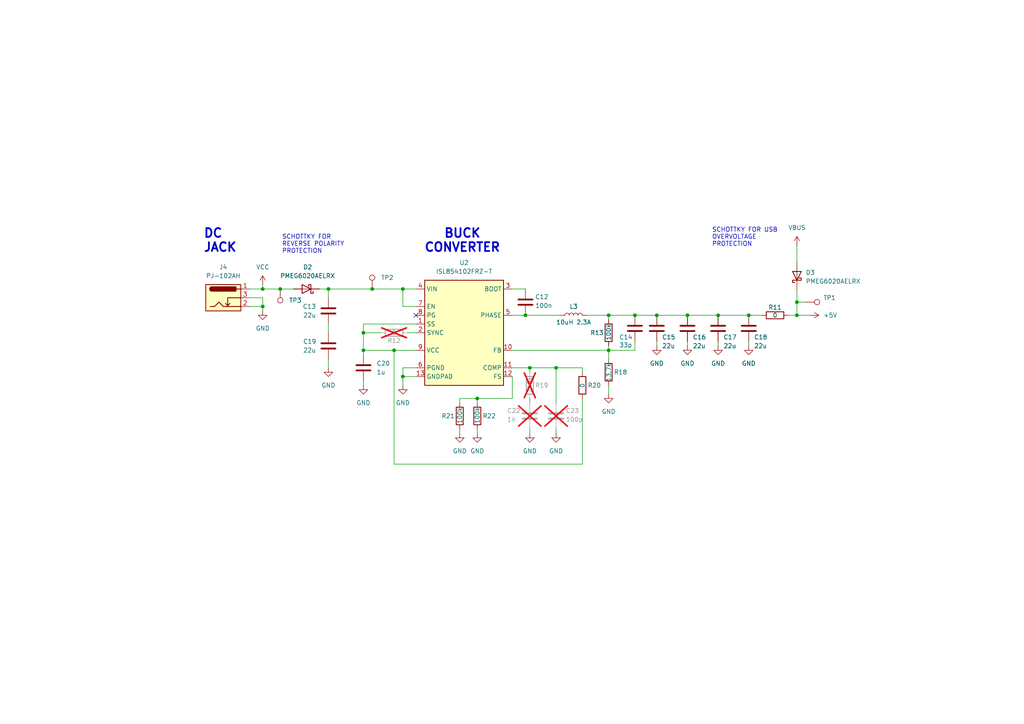
<source format=kicad_sch>
(kicad_sch (version 20231120) (generator "eeschema") (generator_version "8.0")
  (paper "A4")
  (title_block (title "Arduino UNO R4 Minima Power") (date "2024-05-10") (rev "1") (company "Carlos Sabogal"))
  (lib_symbols
    (symbol "Arduino UNO R4 Minima:ISL854102FRZ-T"
      (property "Reference" "U" (at 0.762 33.782 0))
      (property "Value" "ISL854102FRZ-T" (at 8.382 31.75 0))
      (symbol "ISL854102FRZ-T_1_0"
        (rectangle (start 22.86 30.48) (end 0 0) (stroke (width 0.254) (color 128 0 0 1)) (fill (type background)))
        (pin passive line (at -2.54 17.78 0) (length 2.54) (name "SS") (number "1"))
        (pin passive line (at 25.4 10.16 180) (length 2.54) (name "FB") (number "10"))
        (pin passive line (at 25.4 5.08 180) (length 2.54) (name "COMP") (number "11"))
        (pin passive line (at 25.4 2.54 180) (length 2.54) (name "FS") (number "12"))
        (pin power_in line (at -2.54 2.54 0) (length 2.54) (name "GNDPAD") (number "13"))
        (pin passive line (at -2.54 15.24 0) (length 2.54) (name "SYNC") (number "2"))
        (pin passive line (at 25.4 27.94 180) (length 2.54) (name "BOOT") (number "3"))
        (pin power_in line (at -2.54 27.94 0) (length 2.54) (name "VIN") (number "4"))
        (pin passive line (at 25.4 20.32 180) (length 2.54) (name "PHASE") (number "5"))
        (pin power_in line (at -2.54 5.08 0) (length 2.54) (name "PGND") (number "6"))
        (pin passive line (at -2.54 22.86 0) (length 2.54) (name "EN") (number "7"))
        (pin passive line (at -2.54 20.32 0) (length 2.54) (name "PG") (number "8"))
        (pin power_in line (at -2.54 10.16 0) (length 2.54) (name "VCC") (number "9"))
      )
    )
    (symbol "Connector:Barrel_Jack_Switch" (pin_names hide)
      (property "Reference" "J" (at 0 5.334 0))
      (property "Value" "Barrel_Jack_Switch" (at 0 -5.08 0))
      (symbol "Barrel_Jack_Switch_0_1"
        (rectangle (start -5.08 3.81) (end 5.08 -3.81) (stroke (width 0.254)) (fill (type background)))
        (arc (start -3.302 3.175) (mid -3.9343 2.54) (end -3.302 1.905) (stroke (width 0.254)))
        (arc (start -3.302 3.175) (mid -3.9343 2.54) (end -3.302 1.905) (stroke (width 0.254)) (fill (type outline)))
        (polyline (pts (xy 1.27 -2.286) (xy 1.905 -1.651)) (stroke (width 0.254)))
        (polyline (pts (xy 5.08 2.54) (xy 3.81 2.54)) (stroke (width 0.254)))
        (polyline (pts (xy 5.08 0) (xy 1.27 0) (xy 1.27 -2.286) (xy 0.635 -1.651)) (stroke (width 0.254)))
        (polyline (pts (xy -3.81 -2.54) (xy -2.54 -2.54) (xy -1.27 -1.27) (xy 0 -2.54) (xy 2.54 -2.54) (xy 5.08 -2.54)) (stroke (width 0.254)))
        (rectangle (start 3.683 3.175) (end -3.302 1.905) (stroke (width 0.254)) (fill (type outline)))
      )
      (symbol "Barrel_Jack_Switch_1_1"
        (pin passive line (at 7.62 2.54 180) (length 2.54) (name "~") (number "1"))
        (pin passive line (at 7.62 -2.54 180) (length 2.54) (name "~") (number "2"))
        (pin passive line (at 7.62 0 180) (length 2.54) (name "~") (number "3"))
      )
    )
    (symbol "Connector:TestPoint" (pin_numbers hide) (pin_names (offset 0.762) hide)
      (property "Reference" "TP" (at 0 6.858 0))
      (property "Value" "TestPoint" (at 0 5.08 0))
      (symbol "TestPoint_0_1"
        (circle (center 0 3.302) (radius 0.762))
      )
      (symbol "TestPoint_1_1"
        (pin passive line (at 0 0 90) (length 2.54) (name "1") (number "1"))
      )
    )
    (symbol "Device:C" (pin_numbers hide) (pin_names (offset 0.254))
      (property "Reference" "C" (at 0.635 2.54 0))
      (property "Value" "C" (at 0.635 -2.54 0))
      (symbol "C_0_1"
        (polyline (pts (xy -2.032 -0.762) (xy 2.032 -0.762)) (stroke (width 0.508)))
        (polyline (pts (xy -2.032 0.762) (xy 2.032 0.762)) (stroke (width 0.508)))
      )
      (symbol "C_1_1"
        (pin passive line (at 0 3.81 270) (length 2.794) (name "~") (number "1"))
        (pin passive line (at 0 -3.81 90) (length 2.794) (name "~") (number "2"))
      )
    )
    (symbol "Device:D_Schottky" (pin_numbers hide) (pin_names (offset 1.016) hide)
      (property "Reference" "D" (at 0 2.54 0))
      (property "Value" "D_Schottky" (at 0 -2.54 0))
      (symbol "D_Schottky_0_1"
        (polyline (pts (xy 1.27 0) (xy -1.27 0)))
        (polyline (pts (xy 1.27 1.27) (xy 1.27 -1.27) (xy -1.27 0) (xy 1.27 1.27)) (stroke (width 0.254)))
        (polyline (pts (xy -1.905 0.635) (xy -1.905 1.27) (xy -1.27 1.27) (xy -1.27 -1.27) (xy -0.635 -1.27) (xy -0.635 -0.635)) (stroke (width 0.254)))
      )
      (symbol "D_Schottky_1_1"
        (pin passive line (at -3.81 0 0) (length 2.54) (name "K") (number "1"))
        (pin passive line (at 3.81 0 180) (length 2.54) (name "A") (number "2"))
      )
    )
    (symbol "Device:L" (pin_numbers hide) (pin_names (offset 1.016) hide)
      (property "Reference" "L" (at -1.27 0 90))
      (property "Value" "L" (at 1.905 0 90))
      (symbol "L_0_1"
        (arc (start 0 -2.54) (mid 0.6323 -1.905) (end 0 -1.27))
        (arc (start 0 -1.27) (mid 0.6323 -0.635) (end 0 0))
        (arc (start 0 0) (mid 0.6323 0.635) (end 0 1.27))
        (arc (start 0 1.27) (mid 0.6323 1.905) (end 0 2.54))
      )
      (symbol "L_1_1"
        (pin passive line (at 0 3.81 270) (length 1.27) (name "1") (number "1"))
        (pin passive line (at 0 -3.81 90) (length 1.27) (name "2") (number "2"))
      )
    )
    (symbol "Device:R" (pin_numbers hide) (pin_names (offset 0))
      (property "Reference" "R" (at 2.032 0 90))
      (property "Value" "R" (at 0 0 90))
      (symbol "R_0_1"
        (rectangle (start -1.016 -2.54) (end 1.016 2.54) (stroke (width 0.254)))
      )
      (symbol "R_1_1"
        (pin passive line (at 0 3.81 270) (length 1.27) (name "~") (number "1"))
        (pin passive line (at 0 -3.81 90) (length 1.27) (name "~") (number "2"))
      )
    )
    (symbol "power:+5V" (power) (pin_numbers hide) (pin_names (offset 0) hide)
      (property "Value" "+5V" (at 0 3.556 0))
      (symbol "+5V_0_1"
        (polyline (pts (xy -0.762 1.27) (xy 0 2.54)))
        (polyline (pts (xy 0 0) (xy 0 2.54)))
        (polyline (pts (xy 0 2.54) (xy 0.762 1.27)))
      )
      (symbol "+5V_1_1"
        (pin power_in line (at 0 0 90) (length 0) (name "~") (number "1"))
      )
    )
    (symbol "power:GND" (power) (pin_numbers hide) (pin_names (offset 0) hide)
      (property "Value" "GND" (at 0 -3.81 0))
      (symbol "GND_0_1"
        (polyline (pts (xy 0 0) (xy 0 -1.27) (xy 1.27 -1.27) (xy 0 -2.54) (xy -1.27 -1.27) (xy 0 -1.27)))
      )
      (symbol "GND_1_1"
        (pin power_in line (at 0 0 270) (length 0) (name "~") (number "1"))
      )
    )
    (symbol "power:VBUS" (power) (pin_numbers hide) (pin_names (offset 0) hide)
      (property "Value" "VBUS" (at 0 3.556 0))
      (symbol "VBUS_0_1"
        (polyline (pts (xy -0.762 1.27) (xy 0 2.54)))
        (polyline (pts (xy 0 0) (xy 0 2.54)))
        (polyline (pts (xy 0 2.54) (xy 0.762 1.27)))
      )
      (symbol "VBUS_1_1"
        (pin power_in line (at 0 0 90) (length 0) (name "~") (number "1"))
      )
    )
    (symbol "power:VCC" (power) (pin_numbers hide) (pin_names (offset 0) hide)
      (property "Value" "VCC" (at 0 3.556 0))
      (symbol "VCC_0_1"
        (polyline (pts (xy -0.762 1.27) (xy 0 2.54)))
        (polyline (pts (xy 0 0) (xy 0 2.54)))
        (polyline (pts (xy 0 2.54) (xy 0.762 1.27)))
      )
      (symbol "VCC_1_1"
        (pin power_in line (at 0 0 90) (length 0) (name "~") (number "1"))
      )
    )
  )
  (junction (at 190.5 91.44))
  (junction (at 152.4 91.44))
  (junction (at 76.2 88.9))
  (junction (at 114.3 101.6))
  (junction (at 199.39 91.44))
  (junction (at 161.29 106.68))
  (junction (at 231.14 91.44))
  (junction (at 116.84 109.22))
  (junction (at 95.25 83.82))
  (junction (at 184.15 91.44))
  (junction (at 176.53 91.44))
  (junction (at 217.17 91.44))
  (junction (at 105.41 96.52))
  (junction (at 76.2 83.82))
  (junction (at 116.84 83.82))
  (junction (at 107.95 83.82))
  (junction (at 153.67 106.68))
  (junction (at 105.41 101.6))
  (junction (at 138.43 115.57))
  (junction (at 208.28 91.44))
  (junction (at 81.28 83.82))
  (junction (at 231.14 87.63))
  (junction (at 176.53 101.6))
  (no_connect (at 120.65 91.44))
  (wire (pts (xy 233.68 87.63) (xy 231.14 87.63)))
  (wire (pts (xy 231.14 91.44) (xy 228.6 91.44)))
  (wire (pts (xy 120.65 106.68) (xy 116.84 106.68)))
  (wire (pts (xy 161.29 125.73) (xy 161.29 124.46)))
  (wire (pts (xy 148.59 106.68) (xy 153.67 106.68)))
  (wire (pts (xy 105.41 96.52) (xy 105.41 101.6)))
  (wire (pts (xy 138.43 115.57) (xy 138.43 116.84)))
  (wire (pts (xy 168.91 106.68) (xy 168.91 107.95)))
  (wire (pts (xy 95.25 83.82) (xy 107.95 83.82)))
  (wire (pts (xy 95.25 106.68) (xy 95.25 104.14)))
  (wire (pts (xy 105.41 93.98) (xy 105.41 96.52)))
  (wire (pts (xy 161.29 106.68) (xy 168.91 106.68)))
  (wire (pts (xy 76.2 88.9) (xy 72.39 88.9)))
  (wire (pts (xy 220.98 91.44) (xy 217.17 91.44)))
  (wire (pts (xy 138.43 115.57) (xy 148.59 115.57)))
  (wire (pts (xy 153.67 115.57) (xy 153.67 116.84)))
  (wire (pts (xy 176.53 91.44) (xy 176.53 92.71)))
  (wire (pts (xy 76.2 86.36) (xy 76.2 88.9)))
  (wire (pts (xy 176.53 101.6) (xy 176.53 104.14)))
  (wire (pts (xy 168.91 134.62) (xy 114.3 134.62)))
  (wire (pts (xy 153.67 106.68) (xy 161.29 106.68)))
  (wire (pts (xy 107.95 83.82) (xy 116.84 83.82)))
  (wire (pts (xy 184.15 101.6) (xy 176.53 101.6)))
  (wire (pts (xy 72.39 86.36) (xy 76.2 86.36)))
  (wire (pts (xy 152.4 91.44) (xy 148.59 91.44)))
  (wire (pts (xy 116.84 111.76) (xy 116.84 109.22)))
  (wire (pts (xy 105.41 101.6) (xy 105.41 102.87)))
  (wire (pts (xy 118.11 96.52) (xy 120.65 96.52)))
  (wire (pts (xy 148.59 101.6) (xy 176.53 101.6)))
  (wire (pts (xy 105.41 111.76) (xy 105.41 110.49)))
  (wire (pts (xy 85.09 83.82) (xy 81.28 83.82)))
  (wire (pts (xy 231.14 71.12) (xy 231.14 76.2)))
  (wire (pts (xy 184.15 91.44) (xy 190.5 91.44)))
  (wire (pts (xy 162.56 91.44) (xy 152.4 91.44)))
  (wire (pts (xy 95.25 83.82) (xy 95.25 86.36)))
  (wire (pts (xy 153.67 125.73) (xy 153.67 124.46)))
  (wire (pts (xy 231.14 87.63) (xy 231.14 91.44)))
  (wire (pts (xy 184.15 99.06) (xy 184.15 101.6)))
  (wire (pts (xy 76.2 90.17) (xy 76.2 88.9)))
  (wire (pts (xy 105.41 101.6) (xy 114.3 101.6)))
  (wire (pts (xy 217.17 100.33) (xy 217.17 99.06)))
  (wire (pts (xy 114.3 134.62) (xy 114.3 101.6)))
  (wire (pts (xy 152.4 83.82) (xy 148.59 83.82)))
  (wire (pts (xy 105.41 96.52) (xy 110.49 96.52)))
  (wire (pts (xy 76.2 83.82) (xy 72.39 83.82)))
  (wire (pts (xy 116.84 88.9) (xy 116.84 83.82)))
  (wire (pts (xy 133.35 115.57) (xy 138.43 115.57)))
  (wire (pts (xy 116.84 83.82) (xy 120.65 83.82)))
  (wire (pts (xy 95.25 93.98) (xy 95.25 96.52)))
  (wire (pts (xy 138.43 125.73) (xy 138.43 124.46)))
  (wire (pts (xy 176.53 101.6) (xy 176.53 100.33)))
  (wire (pts (xy 234.95 91.44) (xy 231.14 91.44)))
  (wire (pts (xy 190.5 91.44) (xy 199.39 91.44)))
  (wire (pts (xy 199.39 100.33) (xy 199.39 99.06)))
  (wire (pts (xy 116.84 109.22) (xy 120.65 109.22)))
  (wire (pts (xy 81.28 83.82) (xy 76.2 83.82)))
  (wire (pts (xy 170.18 91.44) (xy 176.53 91.44)))
  (wire (pts (xy 168.91 115.57) (xy 168.91 134.62)))
  (wire (pts (xy 208.28 91.44) (xy 217.17 91.44)))
  (wire (pts (xy 176.53 114.3) (xy 176.53 111.76)))
  (wire (pts (xy 120.65 88.9) (xy 116.84 88.9)))
  (wire (pts (xy 76.2 82.55) (xy 76.2 83.82)))
  (wire (pts (xy 133.35 116.84) (xy 133.35 115.57)))
  (wire (pts (xy 208.28 100.33) (xy 208.28 99.06)))
  (wire (pts (xy 176.53 91.44) (xy 184.15 91.44)))
  (wire (pts (xy 199.39 91.44) (xy 208.28 91.44)))
  (wire (pts (xy 190.5 100.33) (xy 190.5 99.06)))
  (wire (pts (xy 161.29 106.68) (xy 161.29 116.84)))
  (wire (pts (xy 148.59 115.57) (xy 148.59 109.22)))
  (wire (pts (xy 120.65 93.98) (xy 105.41 93.98)))
  (wire (pts (xy 231.14 83.82) (xy 231.14 87.63)))
  (wire (pts (xy 153.67 107.95) (xy 153.67 106.68)))
  (wire (pts (xy 92.71 83.82) (xy 95.25 83.82)))
  (wire (pts (xy 116.84 106.68) (xy 116.84 109.22)))
  (wire (pts (xy 133.35 125.73) (xy 133.35 124.46)))
  (wire (pts (xy 114.3 101.6) (xy 120.65 101.6)))
  (text "SCHOTTKY FOR\nREVERSE POLARITY\nPROTECTION" (at 81.788 70.866 0) (effects (font (size 1.27 1.27)) (justify left)))
  (text "BUCK\nCONVERTER" (at 134.112 69.85 0) (effects (font (size 2.54 2.54) (thickness 0.508) (bold yes))))
  (text "DC\nJACK" (at 58.928 69.85 0) (effects (font (size 2.54 2.54) (thickness 0.508) (bold yes)) (justify left)))
  (text "SCHOTTKY FOR USB\nOVERVOLTAGE\nPROTECTION" (at 206.502 68.834 0) (effects (font (size 1.27 1.27)) (justify left)))
  (symbol (lib_id "power:GND") (at 138.43 125.73 0) (unit 1)
    (property "Reference" "#PWR08" (effects (hide yes)))
    (property "Value" "GND" (at 138.43 130.81 0))
    (property "Description" "Power symbol creates a global label with name \"GND\" , ground" (effects (hide yes)))
  )
  (symbol (lib_id "Device:C") (at 95.25 90.17 180) (unit 1)
    (property "Reference" "C13" (at 91.694 88.9 0) (effects (justify left)))
    (property "Value" "22u" (at 91.694 91.44 0) (effects (justify left)))
    (property "Footprint" "Capacitor_SMD:C_0805_2012Metric" (effects (hide yes)))
    (property "Description" "Unpolarized capacitor" (effects (hide yes)))
  )
  (symbol (lib_id "power:GND") (at 190.5 100.33 0) (unit 1)
    (property "Reference" "#PWR012" (effects (hide yes)))
    (property "Value" "GND" (at 190.5 105.41 0))
    (property "Description" "Power symbol creates a global label with name \"GND\" , ground" (effects (hide yes)))
  )
  (symbol (lib_id "power:GND") (at 153.67 125.73 0) (unit 1)
    (property "Reference" "#PWR07" (effects (hide yes)))
    (property "Value" "GND" (at 153.67 130.81 0))
    (property "Description" "Power symbol creates a global label with name \"GND\" , ground" (effects (hide yes)))
  )
  (symbol (lib_id "power:GND") (at 208.28 100.33 0) (unit 1)
    (property "Reference" "#PWR014" (effects (hide yes)))
    (property "Value" "GND" (at 208.28 105.41 0))
    (property "Description" "Power symbol creates a global label with name \"GND\" , ground" (effects (hide yes)))
  )
  (symbol (lib_id "power:GND") (at 133.35 125.73 0) (unit 1)
    (property "Reference" "#PWR09" (effects (hide yes)))
    (property "Value" "GND" (at 133.35 130.81 0))
    (property "Description" "Power symbol creates a global label with name \"GND\" , ground" (effects (hide yes)))
  )
  (symbol (lib_id "Device:D_Schottky") (at 231.14 80.01 90) (unit 1)
    (property "Reference" "D3" (at 233.68 79.0574 90) (effects (justify right)))
    (property "Value" "PMEG6020AELRX" (at 233.68 81.5974 90) (effects (justify right)))
    (property "Footprint" "Diode_SMD:D_SOD-123" (effects (hide yes)))
    (property "Description" "Schottky diode" (effects (hide yes)))
  )
  (symbol (lib_id "Device:R") (at 224.79 91.44 90) (unit 1)
    (property "Reference" "R11" (at 224.79 89.154 90))
    (property "Value" "0" (at 224.79 91.44 90))
    (property "Footprint" "Resistor_SMD:R_0402_1005Metric" (effects (hide yes)))
    (property "Description" "Resistor" (effects (hide yes)))
  )
  (symbol (lib_id "Device:R") (at 176.53 96.52 0) (unit 1)
    (property "Reference" "R13" (at 171.196 96.52 0) (effects (justify left)))
    (property "Value" "100k" (at 176.53 98.806 90) (effects (justify left)))
    (property "Footprint" "Resistor_SMD:R_0402_1005Metric" (effects (hide yes)))
    (property "Description" "Resistor" (effects (hide yes)))
  )
  (symbol (lib_id "power:+5V") (at 234.95 91.44 270) (unit 1)
    (property "Reference" "#PWR016" (effects (hide yes)))
    (property "Value" "+5V" (at 238.76 91.4399 90) (effects (justify left)))
    (property "Description" "Power symbol creates a global label with name \"+5V\"" (effects (hide yes)))
  )
  (symbol (lib_id "Device:R") (at 168.91 111.76 0) (unit 1)
    (property "Reference" "R20" (at 170.434 111.76 0) (effects (justify left)))
    (property "Value" "0" (at 168.91 112.522 90) (effects (justify left)))
    (property "Footprint" "Resistor_SMD:R_0402_1005Metric" (effects (hide yes)))
    (property "Description" "Resistor" (effects (hide yes)))
  )
  (symbol (lib_id "Device:C") (at 161.29 120.65 0) (unit 1) (dnp yes)
    (property "Reference" "C23" (at 164.084 119.126 0) (effects (justify left)))
    (property "Value" "100p" (at 164.084 121.666 0) (effects (justify left)))
    (property "Footprint" "Capacitor_SMD:C_0402_1005Metric" (effects (hide yes)))
    (property "Description" "Unpolarized capacitor" (effects (hide yes)))
  )
  (symbol (lib_id "Connector:Barrel_Jack_Switch") (at 64.77 86.36 0) (unit 1)
    (property "Reference" "J4" (at 64.77 77.47 0))
    (property "Value" "PJ-102AH" (at 64.77 80.01 0))
    (property "Footprint" "Connector_BarrelJack:BarrelJack_Kycon_KLDX-0202-xC_Horizontal" (effects (hide yes)))
    (property "Description" "DC Barrel Jack with an internal switch" (effects (hide yes)))
  )
  (symbol (lib_id "Connector:TestPoint") (at 107.95 83.82 0) (unit 1)
    (property "Reference" "TP2" (at 110.49 80.5179 0) (effects (justify left)))
    (property "Value" "TestPoint" (effects (hide yes)))
    (property "Footprint" "Arduino UNO R4 Minima:TestPoint_Pad_D0.8mm" (effects (hide yes)))
    (property "Description" "test point" (effects (hide yes)))
  )
  (symbol (lib_id "Arduino UNO R4 Minima:ISL854102FRZ-T") (at 123.19 111.76 0) (unit 1)
    (property "Reference" "U2" (at 134.62 76.2 0))
    (property "Value" "ISL854102FRZ-T" (at 134.62 78.74 0))
    (property "Footprint" "Package_DFN_QFN:DFN-12-1EP_3x4mm_P0.5mm_EP1.7x3.3mm" (effects (hide yes)))
  )
  (symbol (lib_id "power:GND") (at 76.2 90.17 0) (unit 1)
    (property "Reference" "#PWR01" (effects (hide yes)))
    (property "Value" "GND" (at 76.2 95.25 0))
    (property "Description" "Power symbol creates a global label with name \"GND\" , ground" (effects (hide yes)))
  )
  (symbol (lib_id "power:GND") (at 116.84 111.76 0) (unit 1)
    (property "Reference" "#PWR04" (effects (hide yes)))
    (property "Value" "GND" (at 116.84 116.84 0))
    (property "Description" "Power symbol creates a global label with name \"GND\" , ground" (effects (hide yes)))
  )
  (symbol (lib_id "power:GND") (at 105.41 111.76 0) (unit 1)
    (property "Reference" "#PWR05" (effects (hide yes)))
    (property "Value" "GND" (at 105.41 116.84 0))
    (property "Description" "Power symbol creates a global label with name \"GND\" , ground" (effects (hide yes)))
  )
  (symbol (lib_id "Device:C") (at 153.67 120.65 0) (unit 1) (dnp yes)
    (property "Reference" "C22" (at 147.066 119.126 0) (effects (justify left)))
    (property "Value" "1n" (at 147.066 121.666 0) (effects (justify left)))
    (property "Footprint" "Capacitor_SMD:C_0402_1005Metric" (effects (hide yes)))
    (property "Description" "Unpolarized capacitor" (effects (hide yes)))
  )
  (symbol (lib_id "Device:C") (at 152.4 87.63 0) (unit 1)
    (property "Reference" "C12" (at 155.194 86.106 0) (effects (justify left)))
    (property "Value" "100n" (at 155.194 88.646 0) (effects (justify left)))
    (property "Footprint" "Capacitor_SMD:C_0402_1005Metric" (effects (hide yes)))
    (property "Description" "Unpolarized capacitor" (effects (hide yes)))
  )
  (symbol (lib_id "power:VCC") (at 76.2 82.55 0) (unit 1)
    (property "Reference" "#PWR02" (effects (hide yes)))
    (property "Value" "VCC" (at 76.2 77.47 0))
    (property "Description" "Power symbol creates a global label with name \"VCC\"" (effects (hide yes)))
  )
  (symbol (lib_id "Device:C") (at 105.41 106.68 0) (unit 1)
    (property "Reference" "C20" (at 109.22 105.4099 0) (effects (justify left)))
    (property "Value" "1u" (at 109.22 107.9499 0) (effects (justify left)))
    (property "Footprint" "Capacitor_SMD:C_0402_1005Metric" (effects (hide yes)))
    (property "Description" "Unpolarized capacitor" (effects (hide yes)))
  )
  (symbol (lib_id "power:VBUS") (at 231.14 71.12 0) (unit 1)
    (property "Reference" "#PWR011" (effects (hide yes)))
    (property "Value" "VBUS" (at 231.14 66.04 0))
    (property "Description" "Power symbol creates a global label with name \"VBUS\"" (effects (hide yes)))
  )
  (symbol (lib_id "Device:C") (at 217.17 95.25 0) (unit 1)
    (property "Reference" "C18" (at 218.694 97.79 0) (effects (justify left)))
    (property "Value" "22u" (at 218.694 100.33 0) (effects (justify left)))
    (property "Footprint" "Capacitor_SMD:C_0805_2012Metric" (effects (hide yes)))
    (property "Description" "Unpolarized capacitor" (effects (hide yes)))
  )
  (symbol (lib_id "Device:L") (at 166.37 91.44 90) (unit 1)
    (property "Reference" "L3" (at 166.37 88.9 90))
    (property "Value" "10uH 2.3A" (at 166.37 93.472 90))
    (property "Footprint" "Arduino UNO R4 Minima:PMF42-103MN" (effects (hide yes)))
    (property "Description" "Inductor" (effects (hide yes)))
  )
  (symbol (lib_id "power:GND") (at 217.17 100.33 0) (unit 1)
    (property "Reference" "#PWR015" (effects (hide yes)))
    (property "Value" "GND" (at 217.17 105.41 0))
    (property "Description" "Power symbol creates a global label with name \"GND\" , ground" (effects (hide yes)))
  )
  (symbol (lib_id "Device:R") (at 153.67 111.76 0) (unit 1) (dnp yes)
    (property "Reference" "R19" (at 155.194 111.76 0) (effects (justify left)))
    (property "Value" "249k" (at 153.67 114.046 90) (effects (justify left)))
    (property "Footprint" "Resistor_SMD:R_0402_1005Metric" (effects (hide yes)))
    (property "Description" "Resistor" (effects (hide yes)))
  )
  (symbol (lib_id "power:GND") (at 95.25 106.68 0) (unit 1)
    (property "Reference" "#PWR03" (effects (hide yes)))
    (property "Value" "GND" (at 95.25 111.76 0))
    (property "Description" "Power symbol creates a global label with name \"GND\" , ground" (effects (hide yes)))
  )
  (symbol (lib_id "power:GND") (at 199.39 100.33 0) (unit 1)
    (property "Reference" "#PWR013" (effects (hide yes)))
    (property "Value" "GND" (at 199.39 105.41 0))
    (property "Description" "Power symbol creates a global label with name \"GND\" , ground" (effects (hide yes)))
  )
  (symbol (lib_id "Device:C") (at 184.15 95.25 0) (unit 1)
    (property "Reference" "C14" (at 179.578 97.79 0) (effects (justify left)))
    (property "Value" "33p" (at 179.578 100.076 0) (effects (justify left)))
    (property "Footprint" "Capacitor_SMD:C_0402_1005Metric" (effects (hide yes)))
    (property "Description" "Unpolarized capacitor" (effects (hide yes)))
  )
  (symbol (lib_id "Device:R") (at 133.35 120.65 0) (unit 1)
    (property "Reference" "R21" (at 128.016 120.65 0) (effects (justify left)))
    (property "Value" "100k" (at 133.35 122.936 90) (effects (justify left)))
    (property "Footprint" "Resistor_SMD:R_0402_1005Metric" (effects (hide yes)))
    (property "Description" "Resistor" (effects (hide yes)))
  )
  (symbol (lib_id "Device:R") (at 176.53 107.95 0) (unit 1)
    (property "Reference" "R18" (at 178.054 107.95 0) (effects (justify left)))
    (property "Value" "13.7k" (at 176.53 110.744 90) (effects (justify left)))
    (property "Footprint" "Resistor_SMD:R_0402_1005Metric" (effects (hide yes)))
    (property "Description" "Resistor" (effects (hide yes)))
  )
  (symbol (lib_id "Device:R") (at 114.3 96.52 90) (unit 1) (dnp yes)
    (property "Reference" "R12" (at 114.3 98.806 90))
    (property "Value" "0" (at 114.3 96.52 90))
    (property "Footprint" "Resistor_SMD:R_0402_1005Metric" (effects (hide yes)))
    (property "Description" "Resistor" (effects (hide yes)))
  )
  (symbol (lib_id "power:GND") (at 176.53 114.3 0) (unit 1)
    (property "Reference" "#PWR010" (effects (hide yes)))
    (property "Value" "GND" (at 176.53 119.38 0))
    (property "Description" "Power symbol creates a global label with name \"GND\" , ground" (effects (hide yes)))
  )
  (symbol (lib_id "Device:C") (at 190.5 95.25 0) (unit 1)
    (property "Reference" "C15" (at 192.024 97.79 0) (effects (justify left)))
    (property "Value" "22u" (at 192.024 100.33 0) (effects (justify left)))
    (property "Footprint" "Capacitor_SMD:C_0805_2012Metric" (effects (hide yes)))
    (property "Description" "Unpolarized capacitor" (effects (hide yes)))
  )
  (symbol (lib_id "Device:C") (at 95.25 100.33 0) (unit 1)
    (property "Reference" "C19" (at 87.884 99.06 0) (effects (justify left)))
    (property "Value" "22u" (at 87.884 101.6 0) (effects (justify left)))
    (property "Footprint" "Capacitor_SMD:C_0805_2012Metric" (effects (hide yes)))
    (property "Description" "Unpolarized capacitor" (effects (hide yes)))
  )
  (symbol (lib_id "Connector:TestPoint") (at 81.28 83.82 180) (unit 1)
    (property "Reference" "TP3" (at 83.82 87.1219 0) (effects (justify right)))
    (property "Value" "TestPoint" (effects (hide yes)))
    (property "Footprint" "Arduino UNO R4 Minima:TestPoint_Pad_D0.8mm" (effects (hide yes)))
    (property "Description" "test point" (effects (hide yes)))
  )
  (symbol (lib_id "Connector:TestPoint") (at 233.68 87.63 270) (unit 1)
    (property "Reference" "TP1" (at 238.76 86.3599 90) (effects (justify left)))
    (property "Value" "TestPoint" (effects (hide yes)))
    (property "Footprint" "Arduino UNO R4 Minima:TestPoint_Pad_D0.8mm" (effects (hide yes)))
    (property "Description" "test point" (effects (hide yes)))
  )
  (symbol (lib_id "Device:C") (at 208.28 95.25 0) (unit 1)
    (property "Reference" "C17" (at 209.804 97.79 0) (effects (justify left)))
    (property "Value" "22u" (at 209.804 100.33 0) (effects (justify left)))
    (property "Footprint" "Capacitor_SMD:C_0805_2012Metric" (effects (hide yes)))
    (property "Description" "Unpolarized capacitor" (effects (hide yes)))
  )
  (symbol (lib_id "Device:D_Schottky") (at 88.9 83.82 180) (unit 1)
    (property "Reference" "D2" (at 89.2175 77.47 0))
    (property "Value" "PMEG6020AELRX" (at 89.2175 80.01 0))
    (property "Footprint" "Diode_SMD:D_SOD-123" (effects (hide yes)))
    (property "Description" "Schottky diode" (effects (hide yes)))
  )
  (symbol (lib_id "power:GND") (at 161.29 125.73 0) (unit 1)
    (property "Reference" "#PWR06" (effects (hide yes)))
    (property "Value" "GND" (at 161.29 130.81 0))
    (property "Description" "Power symbol creates a global label with name \"GND\" , ground" (effects (hide yes)))
  )
  (symbol (lib_id "Device:R") (at 138.43 120.65 0) (unit 1)
    (property "Reference" "R22" (at 139.954 120.65 0) (effects (justify left)))
    (property "Value" "100k" (at 138.43 122.936 90) (effects (justify left)))
    (property "Footprint" "Resistor_SMD:R_0402_1005Metric" (effects (hide yes)))
    (property "Description" "Resistor" (effects (hide yes)))
  )
  (symbol (lib_id "Device:C") (at 199.39 95.25 0) (unit 1)
    (property "Reference" "C16" (at 200.914 97.79 0) (effects (justify left)))
    (property "Value" "22u" (at 200.914 100.33 0) (effects (justify left)))
    (property "Footprint" "Capacitor_SMD:C_0805_2012Metric" (effects (hide yes)))
    (property "Description" "Unpolarized capacitor" (effects (hide yes)))
  )
)
</source>
